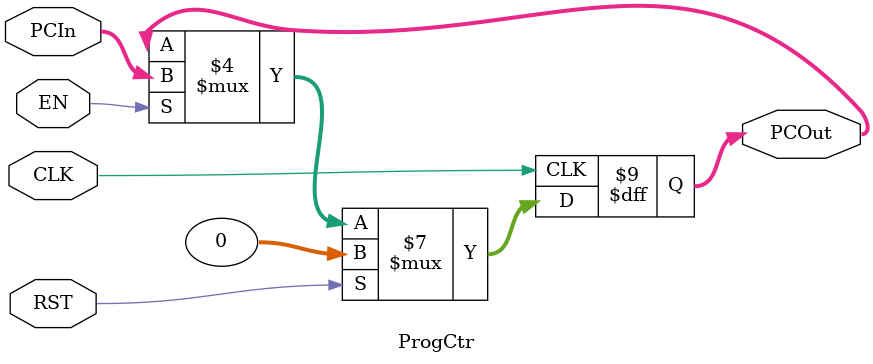
<source format=v>
`timescale 1ns / 1ps

module ProgCtr #(parameter WL = 32) (CLK, EN, RST, PCIn, PCOut);

input CLK, EN, RST;
input [WL-1:0] PCIn;
output reg [WL-1:0] PCOut;

initial PCOut <= 0;

always @(posedge CLK) begin
    if(RST == 1) PCOut <= 0;
    else begin
        if(EN) PCOut <= PCIn;
    end
end  

endmodule

</source>
